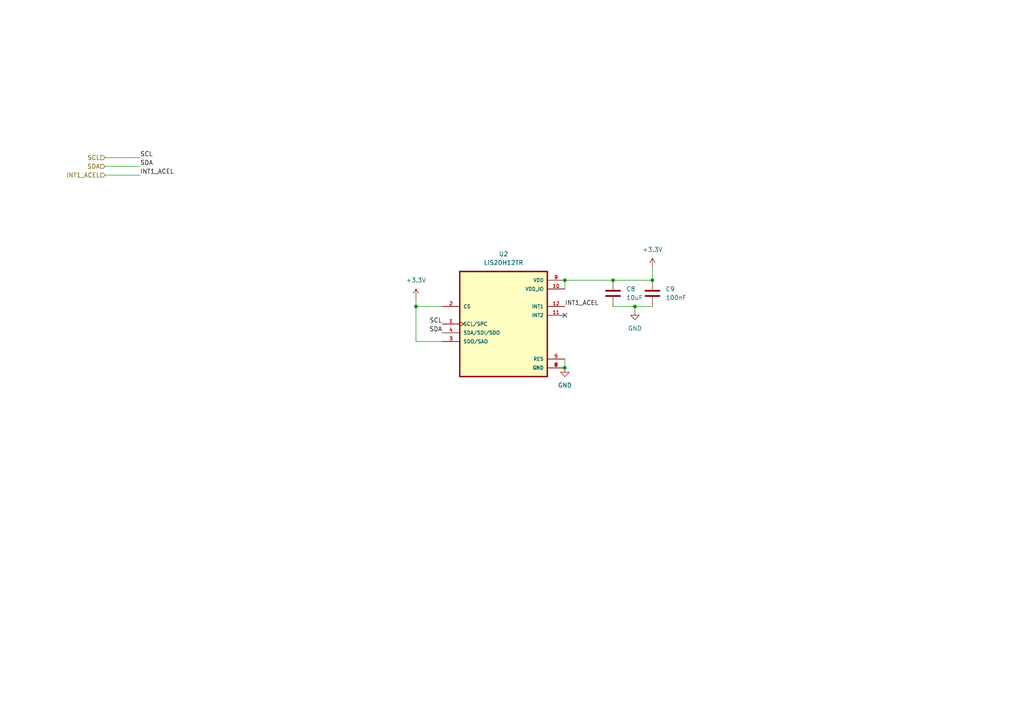
<source format=kicad_sch>
(kicad_sch (version 20231120) (generator "eeschema") (generator_version "8.0")
  (paper "A4")
  (title_block (title "LIS2DH12TR") (date "2024-11-12") (rev "0.01") (company "Balanças Marques") (comment 3 "Ruben Figueiredo"))
  (lib_symbols
    (symbol "BM_KiCad_library:LIS2DH12TR" (pin_names (offset 1.016))
      (property "Reference" "U" (at -12.7489 15.2986 0))
      (property "Value" "LIS2DH12TR" (at -12.7525 -17.8537 0))
      (symbol "LIS2DH12TR_0_0"
        (rectangle (start -12.7 -15.24) (end 12.7 15.24) (stroke (width 0.41)) (fill (type background)))
        (pin bidirectional clock (at -17.78 0 0) (length 5.08) (name "SCL/SPC") (number "1"))
        (pin power_in line (at 17.78 10.16 180) (length 5.08) (name "VDD_IO") (number "10"))
        (pin output line (at 17.78 2.54 180) (length 5.08) (name "INT2") (number "11"))
        (pin output line (at 17.78 5.08 180) (length 5.08) (name "INT1") (number "12"))
        (pin input line (at -17.78 5.08 0) (length 5.08) (name "CS") (number "2"))
        (pin bidirectional line (at -17.78 -5.08 0) (length 5.08) (name "SDO/SAO") (number "3"))
        (pin bidirectional line (at -17.78 -2.54 0) (length 5.08) (name "SDA/SDI/SDO") (number "4"))
        (pin power_in line (at 17.78 -10.16 180) (length 5.08) (name "RES") (number "5"))
        (pin power_in line (at 17.78 -12.7 180) (length 5.08) (name "GND") (number "6"))
        (pin power_in line (at 17.78 -12.7 180) (length 5.08) (name "GND") (number "7"))
        (pin power_in line (at 17.78 -12.7 180) (length 5.08) (name "GND") (number "8"))
        (pin power_in line (at 17.78 12.7 180) (length 5.08) (name "VDD") (number "9"))
      )
    )
    (symbol "Device:C" (pin_numbers hide) (pin_names (offset 0.254))
      (property "Reference" "C" (at 0.635 2.54 0))
      (property "Value" "C" (at 0.635 -2.54 0))
      (symbol "C_0_1"
        (polyline (pts (xy -2.032 -0.762) (xy 2.032 -0.762)) (stroke (width 0.508)))
        (polyline (pts (xy -2.032 0.762) (xy 2.032 0.762)) (stroke (width 0.508)))
      )
      (symbol "C_1_1"
        (pin passive line (at 0 3.81 270) (length 2.794) (name "~") (number "1"))
        (pin passive line (at 0 -3.81 90) (length 2.794) (name "~") (number "2"))
      )
    )
    (symbol "power:+3.3V" (power) (pin_numbers hide) (pin_names (offset 0) hide)
      (property "Value" "+3.3V" (at 0 3.556 0))
      (symbol "+3.3V_0_1"
        (polyline (pts (xy -0.762 1.27) (xy 0 2.54)))
        (polyline (pts (xy 0 0) (xy 0 2.54)))
        (polyline (pts (xy 0 2.54) (xy 0.762 1.27)))
      )
      (symbol "+3.3V_1_1"
        (pin power_in line (at 0 0 90) (length 0) (name "~") (number "1"))
      )
    )
    (symbol "power:GND" (power) (pin_numbers hide) (pin_names (offset 0) hide)
      (property "Value" "GND" (at 0 -3.81 0))
      (symbol "GND_0_1"
        (polyline (pts (xy 0 0) (xy 0 -1.27) (xy 1.27 -1.27) (xy 0 -2.54) (xy -1.27 -1.27) (xy 0 -1.27)))
      )
      (symbol "GND_1_1"
        (pin power_in line (at 0 0 270) (length 0) (name "~") (number "1"))
      )
    )
  )
  (junction (at 120.65 88.9))
  (junction (at 177.8 81.28))
  (junction (at 163.83 81.28))
  (junction (at 189.23 81.28))
  (junction (at 184.15 88.9))
  (junction (at 163.83 106.68))
  (no_connect (at 163.83 91.44))
  (wire (pts (xy 184.15 88.9) (xy 189.23 88.9)))
  (wire (pts (xy 30.48 50.8) (xy 40.64 50.8)))
  (wire (pts (xy 30.48 48.26) (xy 40.64 48.26)))
  (wire (pts (xy 120.65 99.06) (xy 128.27 99.06)))
  (wire (pts (xy 177.8 88.9) (xy 184.15 88.9)))
  (wire (pts (xy 163.83 81.28) (xy 177.8 81.28)))
  (wire (pts (xy 163.83 81.28) (xy 163.83 83.82)))
  (wire (pts (xy 120.65 88.9) (xy 120.65 99.06)))
  (wire (pts (xy 184.15 90.17) (xy 184.15 88.9)))
  (wire (pts (xy 177.8 81.28) (xy 189.23 81.28)))
  (wire (pts (xy 120.65 88.9) (xy 128.27 88.9)))
  (wire (pts (xy 30.48 45.72) (xy 40.64 45.72)))
  (wire (pts (xy 163.83 104.14) (xy 163.83 106.68)))
  (wire (pts (xy 120.65 86.36) (xy 120.65 88.9)))
  (wire (pts (xy 189.23 77.47) (xy 189.23 81.28)))
  (label "SCL" (at 128.27 93.98 180))
  (label "SDA" (at 128.27 96.52 180))
  (label "SCL" (at 40.64 45.72 0))
  (label "SDA" (at 40.64 48.26 0))
  (label "INT1_ACEL" (at 163.83 88.9 0))
  (label "INT1_ACEL" (at 40.64 50.8 0))
  (hierarchical_label "SCL" (shape input) (at 30.48 45.72 180))
  (hierarchical_label "SDA" (shape input) (at 30.48 48.26 180))
  (hierarchical_label "INT1_ACEL" (shape input) (at 30.48 50.8 180))
  (symbol (lib_id "power:+3.3V") (at 120.65 86.36 0) (unit 1)
    (property "Reference" "#PWR024" (effects (hide yes)))
    (property "Value" "+3.3V" (at 120.65 81.28 0))
    (property "Description" "Power symbol creates a global label with name \"+3.3V\"" (effects (hide yes)))
  )
  (symbol (lib_id "power:GND") (at 184.15 90.17 0) (unit 1)
    (property "Reference" "#PWR022" (effects (hide yes)))
    (property "Value" "GND" (at 184.15 95.25 0))
    (property "Description" "Power symbol creates a global label with name \"GND\" , ground" (effects (hide yes)))
  )
  (symbol (lib_id "BM_KiCad_library:LIS2DH12TR") (at 146.05 93.98 0) (unit 1)
    (property "Reference" "U2" (at 146.05 73.66 0))
    (property "Value" "LIS2DH12TR" (at 146.05 76.2 0))
    (property "Footprint" "BM_KiCad_Library:PQFN50P200X200100-12N" (effects (hide yes)))
    (property "Description" "MEMS digital output motion sensor: ultra low-power high performance 3-axes femto accelerometer" (effects (hide yes)))
    (property "MF" "STMicroelectronics" (effects (hide yes)))
    (property "PACKAGE" "LGA-12 STMicroelectronics" (effects (hide yes)))
    (property "PRICE" "0.87 USD" (effects (hide yes)))
    (property "Package" "LGA-12 STMicroelectronics" (effects (hide yes)))
    (property "Check_prices" "https://www.snapeda.com/parts/LIS2DH12TR/STMicroelectronics/view-part/?ref=eda" (effects (hide yes)))
    (property "Price" "None" (effects (hide yes)))
    (property "SnapEDA_Link" "https://www.snapeda.com/parts/LIS2DH12TR/STMicroelectronics/view-part/?ref=snap" (effects (hide yes)))
    (property "MP" "LIS2DH12TR" (effects (hide yes)))
    (property "Availability" "In Stock" (effects (hide yes)))
    (property "AVAILABILITY" "Good" (effects (hide yes)))
    (property "Description_1" "\n                        \n                            Accelerometer X, Y, Z Axis ±2g, 4g, 8g, 16g 0.5Hz ~ 672Hz 12-LGA (2x2)\n                        \n" (effects (hide yes)))
  )
  (symbol (lib_id "Device:C") (at 177.8 85.09 0) (unit 1)
    (property "Reference" "C8" (at 181.61 83.82 0) (effects (justify left)))
    (property "Value" "10uF" (at 181.61 86.36 0) (effects (justify left)))
    (property "Footprint" "Capacitor_SMD:C_0402_1005Metric_Pad0.74x0.62mm_HandSolder" (effects (hide yes)))
    (property "Description" "6.3V 10uF X5R 0402 20%" (effects (hide yes)))
  )
  (symbol (lib_id "Device:C") (at 189.23 85.09 0) (unit 1)
    (property "Reference" "C9" (at 193.04 83.82 0) (effects (justify left)))
    (property "Value" "100nF" (at 193.04 86.36 0) (effects (justify left)))
    (property "Footprint" "Capacitor_SMD:C_0402_1005Metric_Pad0.74x0.62mm_HandSolder" (effects (hide yes)))
    (property "Description" "16V 0.1uF X7R 0402 20%" (effects (hide yes)))
  )
  (symbol (lib_id "power:GND") (at 163.83 106.68 0) (unit 1)
    (property "Reference" "#PWR023" (effects (hide yes)))
    (property "Value" "GND" (at 163.83 111.76 0))
    (property "Description" "Power symbol creates a global label with name \"GND\" , ground" (effects (hide yes)))
  )
  (symbol (lib_id "power:+3.3V") (at 189.23 77.47 0) (unit 1)
    (property "Reference" "#PWR021" (effects (hide yes)))
    (property "Value" "+3.3V" (at 189.23 72.39 0))
    (property "Description" "Power symbol creates a global label with name \"+3.3V\"" (effects (hide yes)))
  )
)
</source>
